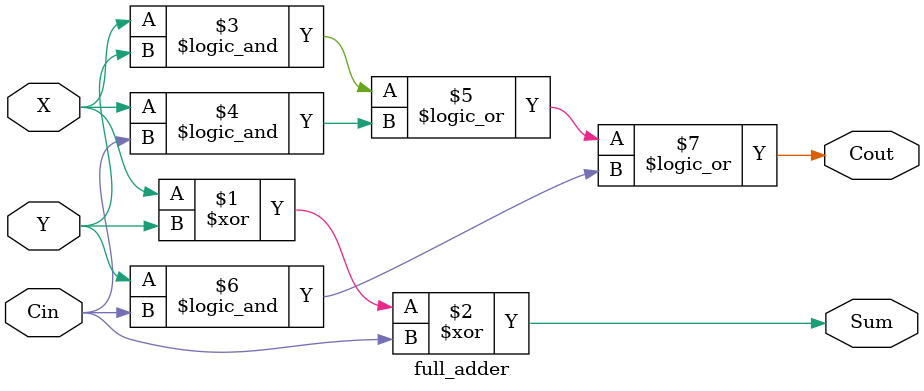
<source format=v>
module full_adder(X, Y, Cin, Cout, Sum);

 output Cout, Sum;

 input X, Y, Cin;

 

 assign Sum = X ^ Y ^ Cin;

 assign Cout = (X && Y) || (X && Cin) || (Y && Cin);

endmodule
</source>
